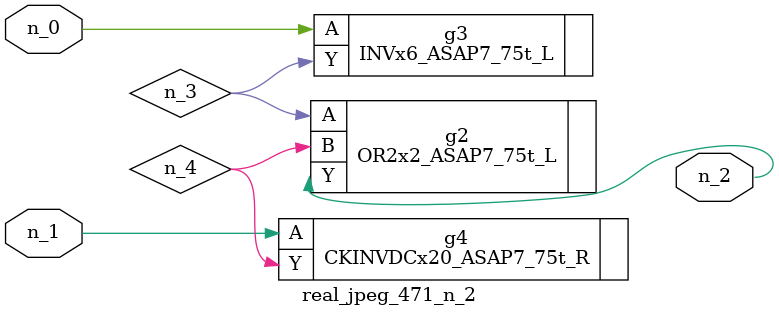
<source format=v>
module real_jpeg_471_n_2 (n_1, n_0, n_2);

input n_1;
input n_0;

output n_2;

wire n_4;
wire n_3;

INVx6_ASAP7_75t_L g3 ( 
.A(n_0),
.Y(n_3)
);

CKINVDCx20_ASAP7_75t_R g4 ( 
.A(n_1),
.Y(n_4)
);

OR2x2_ASAP7_75t_L g2 ( 
.A(n_3),
.B(n_4),
.Y(n_2)
);


endmodule
</source>
